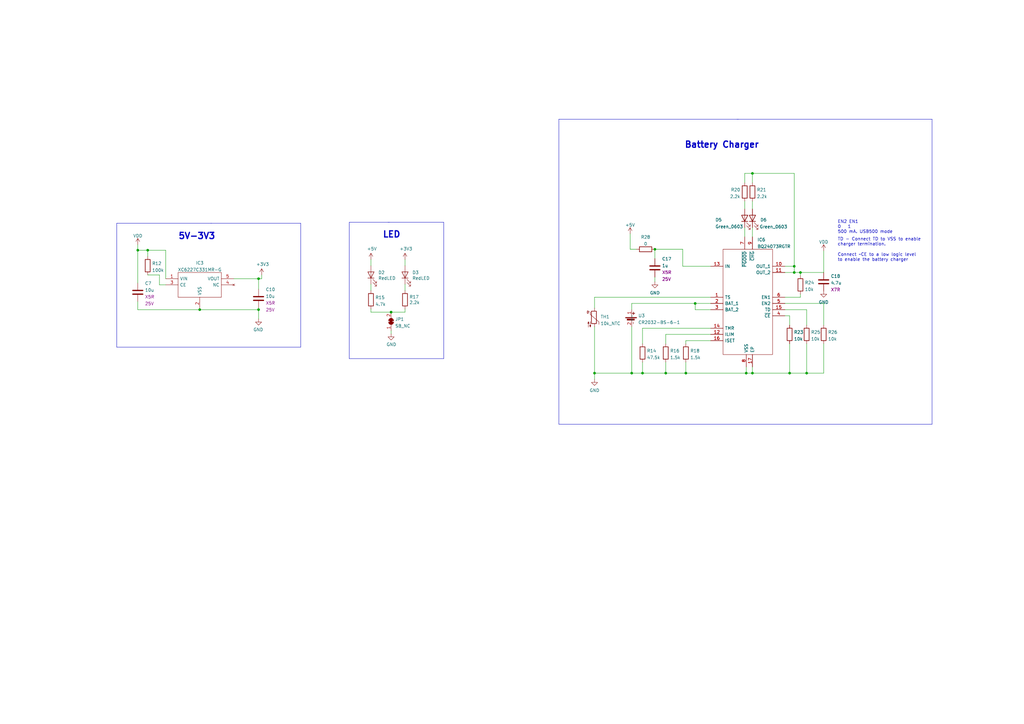
<source format=kicad_sch>
(kicad_sch (version 20230121) (generator eeschema)
  (paper "A3")
  (title_block (title "Plant Bot") (date "2022-12-10") (rev "E"))
  (lib_symbols
    (symbol "BatteryHolder_JLC:CR2032-BS-6-1" (pin_names (offset 0.762))
      (property "Reference" "U" (at 9.525 18.415 0))
      (property "Value" "CR2032-BS-6-1" (at 9.525 15.875 0))
      (symbol "CR2032-BS-6-1_0_1"
        (rectangle (start -2.54 -3.175) (end 2.032 -3.429) (fill (type outline)))
        (rectangle (start -1.905 -3.81) (end 1.143 -4.318) (fill (type outline)))
        (polyline (pts (xy 0 -3.175) (xy 0 -2.413)))
        (polyline (pts (xy 0.254 -1.524) (xy 1.27 -1.524)) (stroke (width 0.254)))
        (polyline (pts (xy 0.635 -5.08) (xy 0.635 -5.842)))
        (polyline (pts (xy 0.762 -1.016) (xy 0.762 -2.032)) (stroke (width 0.254)))
      )
      (symbol "CR2032-BS-6-1_1_1"
        (pin passive line (at 0 0 270) (length 2.54) (name "+") (number "1"))
        (pin passive line (at 0 -6.985 90) (length 2.54) (name "-") (number "2"))
      )
    )
    (symbol "Capacitor_JLC:10u" (pin_numbers hide) (pin_names (offset 0.254))
      (property "Reference" "C" (at 0.635 2.54 0))
      (property "Value" "10u" (at 0.635 -2.54 0))
      (property "Type" "X5R" (at 5.08 2.54 0))
      (property "Voltage" "25V" (at 5.08 0 0))
      (symbol "10u_0_1"
        (polyline (pts (xy -2.032 -0.762) (xy 2.032 -0.762)) (stroke (width 0.508)))
        (polyline (pts (xy -2.032 0.762) (xy 2.032 0.762)) (stroke (width 0.508)))
      )
      (symbol "10u_1_1"
        (pin passive line (at 0 3.81 270) (length 2.794) (name "~") (number "1"))
        (pin passive line (at 0 -3.81 90) (length 2.794) (name "~") (number "2"))
      )
    )
    (symbol "Capacitor_JLC:1u" (pin_numbers hide) (pin_names (offset 0.254))
      (property "Reference" "C" (at 0.635 2.54 0))
      (property "Value" "1u" (at 0.635 -2.54 0))
      (property "Type" "X5R" (at 5.08 2.54 0))
      (property "Voltage" "25V" (at 5.08 0 0))
      (symbol "1u_0_1"
        (polyline (pts (xy -2.032 -0.762) (xy 2.032 -0.762)) (stroke (width 0.508)))
        (polyline (pts (xy -2.032 0.762) (xy 2.032 0.762)) (stroke (width 0.508)))
      )
      (symbol "1u_1_1"
        (pin passive line (at 0 3.81 270) (length 2.794) (name "~") (number "1"))
        (pin passive line (at 0 -3.81 90) (length 2.794) (name "~") (number "2"))
      )
    )
    (symbol "Capacitor_JLC:4.7u" (pin_numbers hide) (pin_names (offset 0.254))
      (property "Reference" "C" (at 0.635 2.54 0))
      (property "Value" "4.7u" (at 0.635 -2.54 0))
      (property "Type" "X7R" (at 0 0 0))
      (symbol "4.7u_0_1"
        (polyline (pts (xy -2.032 -0.762) (xy 2.032 -0.762)) (stroke (width 0.508)))
        (polyline (pts (xy -2.032 0.762) (xy 2.032 0.762)) (stroke (width 0.508)))
      )
      (symbol "4.7u_1_1"
        (pin passive line (at 0 3.81 270) (length 2.794) (name "~") (number "1"))
        (pin passive line (at 0 -3.81 90) (length 2.794) (name "~") (number "2"))
      )
    )
    (symbol "Diode_JLC:Green_0603" (pin_numbers hide) (pin_names (offset 1.016) hide)
      (property "Reference" "D" (at 0 5.08 0))
      (property "Value" "Green_0603" (at 0 3.175 0))
      (symbol "Green_0603_0_1"
        (polyline (pts (xy -1.27 -1.27) (xy -1.27 1.27)) (stroke (width 0.254)))
        (polyline (pts (xy -1.27 0) (xy 1.27 0)))
        (polyline (pts (xy 1.27 -1.27) (xy 1.27 1.27) (xy -1.27 0) (xy 1.27 -1.27)) (stroke (width 0.254)))
        (polyline (pts (xy -3.048 -0.762) (xy -4.572 -2.286) (xy -3.81 -2.286) (xy -4.572 -2.286) (xy -4.572 -1.524)))
        (polyline (pts (xy -1.778 -0.762) (xy -3.302 -2.286) (xy -2.54 -2.286) (xy -3.302 -2.286) (xy -3.302 -1.524)))
      )
      (symbol "Green_0603_1_1"
        (pin passive line (at -3.81 0 0) (length 2.54) (name "K") (number "1"))
        (pin passive line (at 3.81 0 180) (length 2.54) (name "A") (number "2"))
      )
    )
    (symbol "Diode_JLC:RedLED" (pin_numbers hide) (pin_names (offset 1.016) hide)
      (property "Reference" "D" (at 0 2.54 0))
      (property "Value" "RedLED" (at 0 -2.54 0))
      (symbol "RedLED_0_1"
        (polyline (pts (xy -1.27 -1.27) (xy -1.27 1.27)) (stroke (width 0.2032)))
        (polyline (pts (xy -1.27 0) (xy 1.27 0)))
        (polyline (pts (xy 1.27 -1.27) (xy 1.27 1.27) (xy -1.27 0) (xy 1.27 -1.27)) (stroke (width 0.2032)))
        (polyline (pts (xy -3.048 -0.762) (xy -4.572 -2.286) (xy -3.81 -2.286) (xy -4.572 -2.286) (xy -4.572 -1.524)))
        (polyline (pts (xy -1.778 -0.762) (xy -3.302 -2.286) (xy -2.54 -2.286) (xy -3.302 -2.286) (xy -3.302 -1.524)))
      )
      (symbol "RedLED_1_1"
        (pin passive line (at -3.81 0 0) (length 2.54) (name "K") (number "1"))
        (pin passive line (at 3.81 0 180) (length 2.54) (name "A") (number "2"))
      )
    )
    (symbol "Power-Drivers_JLC:BQ24073RGTR" (pin_names (offset 0.762))
      (property "Reference" "IC" (at 69.85 28.575 0))
      (property "Value" "BQ24073RGTR" (at 69.85 26.035 0))
      (symbol "BQ24073RGTR_0_0"
        (pin passive line (at 0 -12.7 0) (length 5.08) (name "TS") (number "1"))
        (pin passive line (at 30.48 0 180) (length 5.08) (name "OUT_1") (number "10"))
        (pin passive line (at 30.48 -2.54 180) (length 5.08) (name "OUT_2") (number "11"))
        (pin passive line (at 0 -27.94 0) (length 5.08) (name "ILIM") (number "12"))
        (pin passive line (at 0 0 0) (length 5.08) (name "IN") (number "13"))
        (pin passive line (at 0 -25.4 0) (length 5.08) (name "TMR") (number "14"))
        (pin passive line (at 30.48 -17.78 180) (length 5.08) (name "TD") (number "15"))
        (pin passive line (at 0 -30.48 0) (length 5.08) (name "ISET") (number "16"))
        (pin passive line (at 17.145 -41.275 90) (length 5.08) (name "EP") (number "17"))
        (pin passive line (at 0 -15.24 0) (length 5.08) (name "BAT_1") (number "2"))
        (pin passive line (at 0 -17.78 0) (length 5.08) (name "BAT_2") (number "3"))
        (pin passive line (at 30.48 -20.32 180) (length 5.08) (name "~{CE}") (number "4"))
        (pin passive line (at 30.48 -15.24 180) (length 5.08) (name "EN2") (number "5"))
        (pin passive line (at 30.48 -12.7 180) (length 5.08) (name "EN1") (number "6"))
        (pin passive line (at 13.97 12.065 270) (length 5.08) (name "~{PGOOD}") (number "7"))
        (pin passive line (at 14.605 -41.275 90) (length 5.08) (name "VSS") (number "8"))
        (pin passive line (at 17.145 12.065 270) (length 5.08) (name "~{CHG}") (number "9"))
      )
      (symbol "BQ24073RGTR_0_1"
        (polyline (pts (xy 5.08 6.985) (xy 25.4 6.985) (xy 25.4 -36.195) (xy 5.08 -36.195) (xy 5.08 6.985)) (stroke (width 0.1524)))
      )
    )
    (symbol "Power-Drivers_JLC:XC6227C331MR-G" (pin_names (offset 0.762))
      (property "Reference" "IC" (at 24.13 7.62 0))
      (property "Value" "XC6227C331MR-G" (at 24.13 5.08 0))
      (symbol "XC6227C331MR-G_0_0"
        (pin passive line (at 0 0 0) (length 5.08) (name "VIN") (number "1"))
        (pin passive line (at 13.97 -12.7 90) (length 5.08) (name "VSS") (number "2"))
        (pin passive line (at 0 -2.54 0) (length 5.08) (name "CE") (number "3"))
        (pin no_connect line (at 27.94 -2.54 180) (length 5.08) (name "NC") (number "4"))
        (pin passive line (at 27.94 0 180) (length 5.08) (name "VOUT") (number "5"))
      )
      (symbol "XC6227C331MR-G_0_1"
        (polyline (pts (xy 5.08 2.54) (xy 22.86 2.54) (xy 22.86 -7.62) (xy 5.08 -7.62) (xy 5.08 2.54)) (stroke (width 0.1524)))
      )
    )
    (symbol "Resistor_JLC:0" (pin_numbers hide) (pin_names (offset 0))
      (property "Reference" "R" (at 2.032 0 90))
      (property "Value" "0" (at 0 0 90))
      (symbol "0_0_1"
        (rectangle (start -1.016 -2.54) (end 1.016 2.54) (stroke (width 0.254)))
      )
      (symbol "0_1_1"
        (pin passive line (at 0 3.81 270) (length 1.27) (name "~") (number "1"))
        (pin passive line (at 0 -3.81 90) (length 1.27) (name "~") (number "2"))
      )
    )
    (symbol "Resistor_JLC:1.5k" (pin_numbers hide) (pin_names (offset 0))
      (property "Reference" "R" (at 2.032 0 90))
      (property "Value" "1.5k" (at 0 0 90))
      (symbol "1.5k_0_1"
        (rectangle (start -1.016 -2.54) (end 1.016 2.54) (stroke (width 0.254)))
      )
      (symbol "1.5k_1_1"
        (pin passive line (at 0 3.81 270) (length 1.27) (name "~") (number "1"))
        (pin passive line (at 0 -3.81 90) (length 1.27) (name "~") (number "2"))
      )
    )
    (symbol "Resistor_JLC:100k" (pin_numbers hide) (pin_names (offset 0))
      (property "Reference" "R" (at 2.032 0 90))
      (property "Value" "100k" (at 0 0 90))
      (symbol "100k_0_1"
        (rectangle (start -1.016 -2.54) (end 1.016 2.54) (stroke (width 0.254)))
      )
      (symbol "100k_1_1"
        (pin passive line (at 0 3.81 270) (length 1.27) (name "~") (number "1"))
        (pin passive line (at 0 -3.81 90) (length 1.27) (name "~") (number "2"))
      )
    )
    (symbol "Resistor_JLC:10k" (pin_numbers hide) (pin_names (offset 0))
      (property "Reference" "R" (at 2.032 0 90))
      (property "Value" "10k" (at 0 0 90))
      (symbol "10k_0_1"
        (rectangle (start -1.016 -2.54) (end 1.016 2.54) (stroke (width 0.254)))
      )
      (symbol "10k_1_1"
        (pin passive line (at 0 3.81 270) (length 1.27) (name "~") (number "1"))
        (pin passive line (at 0 -3.81 90) (length 1.27) (name "~") (number "2"))
      )
    )
    (symbol "Resistor_JLC:10k_NTC" (pin_numbers hide) (pin_names (offset 0))
      (property "Reference" "TH" (at 2.54 -0.635 0))
      (property "Value" "10k_NTC" (at 5.08 -2.54 0))
      (symbol "10k_NTC_0_1"
        (arc (start -3.0098 -1.9811) (mid -3.0123 -1.8236) (end -3.1368 -1.7271))
        (arc (start -3.0098 -1.9811) (mid -2.9354 -2.1607) (end -2.7558 -2.2351))
        (arc (start -3.0098 -1.3461) (mid -2.9354 -1.5257) (end -2.7558 -1.6001))
        (arc (start -2.7558 -2.2351) (mid -2.5762 -2.1607) (end -2.5018 -1.9811))
        (arc (start -2.7558 -1.6001) (mid -2.3958 -1.5793) (end -2.1208 -1.3461))
        (arc (start -2.7558 -1.0921) (mid -2.9354 -1.1665) (end -3.0098 -1.3461))
        (arc (start -2.5018 -1.3461) (mid -2.5762 -1.1665) (end -2.7558 -1.0921))
        (rectangle (start -1.27 -1.27) (end 0.762 -6.35) (stroke (width 0.254)))
        (polyline (pts (xy -2.5018 -1.9811) (xy -2.5018 -1.3461)))
        (polyline (pts (xy -1.7398 -1.6001) (xy -1.7398 -2.6161) (xy 1.8162 -5.6641) (xy 1.8162 -6.6801)))
        (polyline (pts (xy -2.5018 -7.8231) (xy -2.5018 -5.5371) (xy -2.7558 -6.2991) (xy -2.2478 -6.2991) (xy -2.5018 -5.5371) (xy -2.5018 -5.7911)) (fill (type outline)))
        (polyline (pts (xy -1.7398 -5.5371) (xy -1.7398 -7.8231) (xy -1.9938 -7.0611) (xy -1.4858 -7.0611) (xy -1.7398 -7.8231) (xy -1.7398 -7.5691)) (fill (type outline)))
      )
      (symbol "10k_NTC_1_1"
        (pin passive line (at 0 0 270) (length 1.27) (name "~") (number "1"))
        (pin passive line (at 0 -7.62 90) (length 1.27) (name "~") (number "2"))
      )
    )
    (symbol "Resistor_JLC:2.2k" (pin_numbers hide) (pin_names (offset 0))
      (property "Reference" "R" (at 2.032 0 90))
      (property "Value" "2.2k" (at 0 0 90))
      (symbol "2.2k_0_1"
        (rectangle (start -1.016 -2.54) (end 1.016 2.54) (stroke (width 0.254)))
      )
      (symbol "2.2k_1_1"
        (pin passive line (at 0 3.81 270) (length 1.27) (name "~") (number "1"))
        (pin passive line (at 0 -3.81 90) (length 1.27) (name "~") (number "2"))
      )
    )
    (symbol "Resistor_JLC:4.7k" (pin_numbers hide) (pin_names (offset 0))
      (property "Reference" "R" (at 2.032 0 90))
      (property "Value" "4.7k" (at 0 0 90))
      (symbol "4.7k_0_1"
        (rectangle (start -1.016 -2.54) (end 1.016 2.54) (stroke (width 0.254)))
      )
      (symbol "4.7k_1_1"
        (pin passive line (at 0 3.81 270) (length 1.27) (name "~") (number "1"))
        (pin passive line (at 0 -3.81 90) (length 1.27) (name "~") (number "2"))
      )
    )
    (symbol "Resistor_JLC:47.5k" (pin_numbers hide) (pin_names (offset 0))
      (property "Reference" "R" (at 2.032 0 90))
      (property "Value" "47.5k" (at 0 0 90))
      (symbol "47.5k_0_1"
        (rectangle (start -1.016 -2.54) (end 1.016 2.54) (stroke (width 0.254)))
      )
      (symbol "47.5k_1_1"
        (pin passive line (at 0 3.81 270) (length 1.27) (name "~") (number "1"))
        (pin passive line (at 0 -3.81 90) (length 1.27) (name "~") (number "2"))
      )
    )
    (symbol "personal:SB_NC" (pin_names (offset 0) hide)
      (property "Reference" "JP" (at 0 2.032 0))
      (property "Value" "SB_NC" (at 0 -2.54 0))
      (symbol "SB_NC_0_1"
        (rectangle (start -0.508 0.508) (end 0.508 -0.508) (fill (type outline)))
        (arc (start -0.254 1.016) (mid -1.2656 0) (end -0.254 -1.016))
        (arc (start -0.254 1.016) (mid -1.2656 0) (end -0.254 -1.016) (fill (type outline)))
        (polyline (pts (xy -0.254 1.016) (xy -0.254 -1.016)))
        (polyline (pts (xy 0.254 1.016) (xy 0.254 -1.016)))
        (arc (start 0.254 -1.016) (mid 1.2656 0) (end 0.254 1.016))
        (arc (start 0.254 -1.016) (mid 1.2656 0) (end 0.254 1.016) (fill (type outline)))
      )
      (symbol "SB_NC_1_1"
        (pin passive line (at -3.81 0 0) (length 2.54) (name "A") (number "1"))
        (pin passive line (at 3.81 0 180) (length 2.54) (name "B") (number "2"))
      )
    )
    (symbol "power:+3V3" (power) (pin_names (offset 0))
      (property "Value" "+3V3" (at 0 3.556 0))
      (symbol "+3V3_0_1"
        (polyline (pts (xy -0.762 1.27) (xy 0 2.54)))
        (polyline (pts (xy 0 0) (xy 0 2.54)))
        (polyline (pts (xy 0 2.54) (xy 0.762 1.27)))
      )
      (symbol "+3V3_1_1"
        (pin power_in line (at 0 0 90) (length 0) hide (name "+3V3") (number "1"))
      )
    )
    (symbol "power:+5V" (power) (pin_names (offset 0))
      (property "Value" "+5V" (at 0 3.556 0))
      (symbol "+5V_0_1"
        (polyline (pts (xy -0.762 1.27) (xy 0 2.54)))
        (polyline (pts (xy 0 0) (xy 0 2.54)))
        (polyline (pts (xy 0 2.54) (xy 0.762 1.27)))
      )
      (symbol "+5V_1_1"
        (pin power_in line (at 0 0 90) (length 0) hide (name "+5V") (number "1"))
      )
    )
    (symbol "power:GND" (power) (pin_names (offset 0))
      (property "Value" "GND" (at 0 -3.81 0))
      (symbol "GND_0_1"
        (polyline (pts (xy 0 0) (xy 0 -1.27) (xy 1.27 -1.27) (xy 0 -2.54) (xy -1.27 -1.27) (xy 0 -1.27)))
      )
      (symbol "GND_1_1"
        (pin power_in line (at 0 0 270) (length 0) hide (name "GND") (number "1"))
      )
    )
    (symbol "power:VDD" (power) (pin_names (offset 0))
      (property "Value" "VDD" (at 0 3.81 0))
      (symbol "VDD_0_1"
        (polyline (pts (xy -0.762 1.27) (xy 0 2.54)))
        (polyline (pts (xy 0 0) (xy 0 2.54)))
        (polyline (pts (xy 0 2.54) (xy 0.762 1.27)))
      )
      (symbol "VDD_1_1"
        (pin power_in line (at 0 0 90) (length 0) hide (name "VDD") (number "1"))
      )
    )
  )
  (junction (at 160.401 128.016))
  (junction (at 323.85 153.035))
  (junction (at 325.755 111.76))
  (junction (at 259.08 153.035))
  (junction (at 106.045 114.3))
  (junction (at 285.115 124.46))
  (junction (at 56.515 102.616))
  (junction (at 325.755 109.22))
  (junction (at 263.525 153.035))
  (junction (at 330.835 153.035))
  (junction (at 281.305 153.035))
  (junction (at 273.05 153.035))
  (junction (at 308.61 153.035))
  (junction (at 81.915 127))
  (junction (at 268.605 102.235))
  (junction (at 60.579 102.616))
  (junction (at 306.07 153.035))
  (junction (at 308.61 71.12))
  (junction (at 243.84 153.035))
  (junction (at 106.045 127))
  (junction (at 328.295 111.76))
  (wire (pts (xy 328.295 111.76) (xy 337.82 111.76)))
  (wire (pts (xy 106.045 126.238) (xy 106.045 127)))
  (wire (pts (xy 323.85 153.035) (xy 330.835 153.035)))
  (wire (pts (xy 65.405 112.776) (xy 65.405 116.84)))
  (wire (pts (xy 337.82 124.46) (xy 337.82 133.35)))
  (wire (pts (xy 308.61 82.55) (xy 308.61 85.725)))
  (wire (pts (xy 330.835 153.035) (xy 337.82 153.035)))
  (wire (pts (xy 306.07 153.035) (xy 308.61 153.035)))
  (wire (pts (xy 305.435 93.345) (xy 305.435 97.155)))
  (wire (pts (xy 65.405 116.84) (xy 67.945 116.84)))
  (wire (pts (xy 107.315 112.776) (xy 107.315 114.3)))
  (wire (pts (xy 273.05 137.16) (xy 273.05 140.97)))
  (wire (pts (xy 291.465 137.16) (xy 273.05 137.16)))
  (polyline (pts (xy 229.235 173.99) (xy 229.235 48.895)))
  (wire (pts (xy 106.045 114.3) (xy 95.885 114.3)))
  (wire (pts (xy 152.146 106.426) (xy 152.146 108.966)))
  (wire (pts (xy 285.115 127) (xy 285.115 124.46)))
  (polyline (pts (xy 123.317 91.567) (xy 123.317 142.367)))
  (wire (pts (xy 243.84 121.92) (xy 243.84 126.365)))
  (wire (pts (xy 60.579 112.776) (xy 65.405 112.776)))
  (polyline (pts (xy 47.879 142.367) (xy 47.879 91.567)))
  (polyline (pts (xy 123.317 142.367) (xy 47.879 142.367)))
  (wire (pts (xy 258.445 95.885) (xy 258.445 102.235)))
  (wire (pts (xy 56.515 102.616) (xy 60.579 102.616)))
  (wire (pts (xy 166.116 128.016) (xy 166.116 126.746)))
  (wire (pts (xy 106.045 127) (xy 106.045 130.81)))
  (polyline (pts (xy 302.26 48.895) (xy 382.27 48.895)))
  (wire (pts (xy 321.945 124.46) (xy 337.82 124.46)))
  (wire (pts (xy 106.045 114.3) (xy 106.045 118.618)))
  (wire (pts (xy 273.05 148.59) (xy 273.05 153.035)))
  (wire (pts (xy 263.525 153.035) (xy 273.05 153.035)))
  (wire (pts (xy 60.579 105.156) (xy 60.579 102.616)))
  (wire (pts (xy 268.605 113.665) (xy 268.605 115.57)))
  (wire (pts (xy 263.525 134.62) (xy 263.525 140.97)))
  (wire (pts (xy 60.579 102.616) (xy 67.945 102.616)))
  (wire (pts (xy 328.295 111.76) (xy 328.295 113.03)))
  (polyline (pts (xy 143.256 147.066) (xy 143.256 91.186)))
  (wire (pts (xy 280.035 109.22) (xy 291.465 109.22)))
  (polyline (pts (xy 229.235 48.895) (xy 302.895 48.895)))
  (wire (pts (xy 291.465 134.62) (xy 263.525 134.62)))
  (wire (pts (xy 259.08 124.46) (xy 285.115 124.46)))
  (wire (pts (xy 152.146 119.126) (xy 152.146 116.586)))
  (polyline (pts (xy 47.879 91.567) (xy 86.741 91.567)))
  (wire (pts (xy 243.84 153.035) (xy 259.08 153.035)))
  (wire (pts (xy 330.835 127) (xy 321.945 127)))
  (wire (pts (xy 258.445 102.235) (xy 260.985 102.235)))
  (wire (pts (xy 160.401 135.636) (xy 160.401 136.906)))
  (wire (pts (xy 56.515 127) (xy 81.915 127)))
  (wire (pts (xy 291.465 139.7) (xy 281.305 139.7)))
  (wire (pts (xy 259.08 153.035) (xy 263.525 153.035)))
  (wire (pts (xy 285.115 124.46) (xy 291.465 124.46)))
  (wire (pts (xy 305.435 82.55) (xy 305.435 85.725)))
  (wire (pts (xy 330.835 140.97) (xy 330.835 153.035)))
  (wire (pts (xy 305.435 71.12) (xy 305.435 74.93)))
  (polyline (pts (xy 382.27 48.895) (xy 382.27 173.99)))
  (wire (pts (xy 280.035 109.22) (xy 280.035 102.235)))
  (wire (pts (xy 325.755 111.76) (xy 325.755 109.22)))
  (wire (pts (xy 259.08 127) (xy 259.08 124.46)))
  (wire (pts (xy 308.61 71.12) (xy 305.435 71.12)))
  (wire (pts (xy 263.525 148.59) (xy 263.525 153.035)))
  (polyline (pts (xy 181.991 147.066) (xy 143.256 147.066)))
  (wire (pts (xy 321.945 129.54) (xy 323.85 129.54)))
  (wire (pts (xy 281.305 153.035) (xy 306.07 153.035)))
  (wire (pts (xy 243.84 153.035) (xy 243.84 155.575)))
  (wire (pts (xy 323.85 129.54) (xy 323.85 133.35)))
  (polyline (pts (xy 382.27 173.99) (xy 229.235 173.99)))
  (wire (pts (xy 325.755 111.76) (xy 328.295 111.76)))
  (polyline (pts (xy 181.991 91.186) (xy 181.991 147.066)))
  (wire (pts (xy 243.84 133.985) (xy 243.84 153.035)))
  (wire (pts (xy 56.515 102.616) (xy 56.515 100.33)))
  (wire (pts (xy 107.315 114.3) (xy 106.045 114.3)))
  (wire (pts (xy 291.465 127) (xy 285.115 127)))
  (wire (pts (xy 330.835 133.35) (xy 330.835 127)))
  (wire (pts (xy 306.07 150.495) (xy 306.07 153.035)))
  (wire (pts (xy 321.945 111.76) (xy 325.755 111.76)))
  (wire (pts (xy 321.945 121.92) (xy 328.295 121.92)))
  (polyline (pts (xy 159.131 91.186) (xy 181.991 91.186)))
  (polyline (pts (xy 86.487 91.567) (xy 123.317 91.567)))
  (wire (pts (xy 259.08 133.985) (xy 259.08 153.035)))
  (wire (pts (xy 281.305 148.59) (xy 281.305 153.035)))
  (wire (pts (xy 323.85 153.035) (xy 308.61 153.035)))
  (wire (pts (xy 291.465 121.92) (xy 243.84 121.92)))
  (wire (pts (xy 56.515 123.698) (xy 56.515 127)))
  (wire (pts (xy 325.755 109.22) (xy 321.945 109.22)))
  (wire (pts (xy 308.61 93.345) (xy 308.61 97.155)))
  (wire (pts (xy 166.116 106.426) (xy 166.116 108.966)))
  (wire (pts (xy 81.915 127) (xy 106.045 127)))
  (wire (pts (xy 325.755 109.22) (xy 325.755 71.12)))
  (wire (pts (xy 273.05 153.035) (xy 281.305 153.035)))
  (wire (pts (xy 166.116 116.586) (xy 166.116 119.126)))
  (wire (pts (xy 152.146 126.746) (xy 152.146 128.016)))
  (wire (pts (xy 268.605 102.235) (xy 268.605 106.045)))
  (wire (pts (xy 325.755 71.12) (xy 308.61 71.12)))
  (wire (pts (xy 337.82 111.76) (xy 337.82 102.87)))
  (polyline (pts (xy 143.256 91.186) (xy 159.766 91.186)))
  (wire (pts (xy 280.035 102.235) (xy 268.605 102.235)))
  (wire (pts (xy 328.295 121.92) (xy 328.295 120.65)))
  (wire (pts (xy 281.305 139.7) (xy 281.305 140.97)))
  (wire (pts (xy 67.945 114.3) (xy 67.945 102.616)))
  (wire (pts (xy 160.401 128.016) (xy 166.116 128.016)))
  (wire (pts (xy 337.82 140.97) (xy 337.82 153.035)))
  (wire (pts (xy 308.61 71.12) (xy 308.61 74.93)))
  (wire (pts (xy 152.146 128.016) (xy 160.401 128.016)))
  (wire (pts (xy 308.61 150.495) (xy 308.61 153.035)))
  (wire (pts (xy 56.515 102.616) (xy 56.515 116.078)))
  (wire (pts (xy 323.85 140.97) (xy 323.85 153.035)))
  (text "Connect ~CE to a low logic level \nto enable the battery charger" (at 343.535 107.315 0) (effects (font (size 1.27 1.27)) (justify left bottom)))
  (text "TD - Connect TD to VSS to enable\ncharger termination." (at 343.535 100.965 0) (effects (font (size 1.27 1.27)) (justify left bottom)))
  (text "EN2 EN1\n0   1 \n500 mA. USB500 mode\n" (at 343.535 95.885 0) (effects (font (size 1.27 1.27)) (justify left bottom)))
  (text "LED" (at 156.845 97.79 0) (effects (font (size 2.54 2.54) (thickness 0.508) bold) (justify left bottom)))
  (text "Battery Charger" (at 280.67 60.96 0) (effects (font (size 2.54 2.54) (thickness 0.508) bold) (justify left bottom)))
  (text "5V-3V3" (at 73.025 98.425 0) (effects (font (size 2.54 2.54) (thickness 0.508) bold) (justify left bottom)))
  (symbol (lib_id "Resistor_JLC:2.2k") (at 308.61 78.74 0) (unit 1)
    (property "Reference" "R21" (at 310.388 77.8315 0) (effects (justify left)))
    (property "Value" "2.2k" (at 310.388 80.6066 0) (effects (justify left)))
    (property "Footprint" "Resistor_SMD:R_0402_1005Metric" (effects hide))
    (property "LCSC" "C25879" (effects hide))
  )
  (symbol (lib_id "Resistor_JLC:100k") (at 60.579 108.966 0) (unit 1)
    (property "Reference" "R12" (at 62.357 108.0575 0) (effects (justify left)))
    (property "Value" "100k" (at 62.357 110.8326 0) (effects (justify left)))
    (property "Footprint" "Resistor_SMD:R_0402_1005Metric" (effects hide))
    (property "LCSC" "C25741" (effects hide))
  )
  (symbol (lib_id "Resistor_JLC:2.2k") (at 166.116 122.936 0) (unit 1)
    (property "Reference" "R17" (at 167.894 121.7676 0) (effects (justify left)))
    (property "Value" "2.2k" (at 167.894 124.079 0) (effects (justify left)))
    (property "Footprint" "Resistor_SMD:R_0402_1005Metric" (effects hide))
    (property "LCSC" "C25879" (effects hide))
  )
  (symbol (lib_id "Diode_JLC:RedLED") (at 152.146 112.776 90) (unit 1)
    (property "Reference" "D2" (at 155.1178 111.7854 90) (effects (justify right)))
    (property "Value" "RedLED" (at 155.1178 114.0968 90) (effects (justify right)))
    (property "Footprint" "Diode_SMD:D_0805_2012Metric" (effects hide))
    (property "LCSC" "C84256" (effects hide))
  )
  (symbol (lib_id "Capacitor_JLC:10u") (at 106.045 122.428 0) (unit 1)
    (property "Reference" "C10" (at 108.966 118.7444 0) (effects (justify left)))
    (property "Value" "10u" (at 108.966 121.5195 0) (effects (justify left)))
    (property "Footprint" "Capacitor_SMD:C_0805_2012Metric" (effects hide))
    (property "Type" "X5R" (at 108.966 124.2946 0) (effects (justify left)))
    (property "LCSC" "C15850" (effects hide))
    (property "Voltage" "25V" (at 108.966 127.0697 0) (effects (justify left)))
  )
  (symbol (lib_id "personal:SB_NC") (at 160.401 131.826 90) (unit 1)
    (property "Reference" "JP1" (at 162.052 130.9175 90) (effects (justify right)))
    (property "Value" "SB_NC" (at 162.052 133.6926 90) (effects (justify right)))
    (property "Footprint" "Jumper:SolderJumper-2_P1.3mm_Bridged_Pad1.0x1.5mm" (effects hide))
  )
  (symbol (lib_id "power:GND") (at 243.84 155.575 0) (unit 1)
    (property "Reference" "#PWR0104" (effects hide))
    (property "Value" "GND" (at 243.84 160.1375 0))
  )
  (symbol (lib_id "power:GND") (at 268.605 115.57 0) (unit 1)
    (property "Reference" "#PWR0105" (effects hide))
    (property "Value" "GND" (at 268.605 120.1325 0))
  )
  (symbol (lib_id "Resistor_JLC:4.7k") (at 152.146 122.936 0) (unit 1)
    (property "Reference" "R15" (at 153.924 122.0275 0) (effects (justify left)))
    (property "Value" "4.7k" (at 153.924 124.8026 0) (effects (justify left)))
    (property "Footprint" "Resistor_SMD:R_0402_1005Metric" (effects hide))
    (property "LCSC" "C25900" (effects hide))
  )
  (symbol (lib_id "power:GND") (at 337.82 119.38 0) (unit 1)
    (property "Reference" "#PWR0108" (effects hide))
    (property "Value" "GND" (at 337.82 123.9425 0))
  )
  (symbol (lib_id "power:VDD") (at 337.82 102.87 0) (unit 1)
    (property "Reference" "#PWR0119" (effects hide))
    (property "Value" "VDD" (at 337.82 99.2655 0))
  )
  (symbol (lib_id "power:VDD") (at 56.515 100.33 0) (unit 1)
    (property "Reference" "#PWR0101" (effects hide))
    (property "Value" "VDD" (at 56.515 96.7255 0))
  )
  (symbol (lib_id "power:GND") (at 160.401 136.906 0) (unit 1)
    (property "Reference" "#PWR0124" (effects hide))
    (property "Value" "GND" (at 160.528 141.3002 0))
  )
  (symbol (lib_id "Resistor_JLC:10k") (at 323.85 137.16 0) (unit 1)
    (property "Reference" "R23" (at 325.628 136.2515 0) (effects (justify left)))
    (property "Value" "10k" (at 325.628 139.0266 0) (effects (justify left)))
    (property "Footprint" "Resistor_SMD:R_0402_1005Metric" (effects hide))
    (property "LCSC" "C25744" (effects hide))
  )
  (symbol (lib_id "power:GND") (at 106.045 130.81 0) (mirror y) (unit 1)
    (property "Reference" "#PWR0121" (effects hide))
    (property "Value" "GND" (at 105.918 135.2042 0))
  )
  (symbol (lib_id "BatteryHolder_JLC:CR2032-BS-6-1") (at 259.08 127 0) (unit 1)
    (property "Reference" "U3" (at 261.747 129.457 0) (effects (justify left)))
    (property "Value" "CR2032-BS-6-1" (at 261.747 132.2321 0) (effects (justify left)))
    (property "Footprint" "CR2032BS61" (effects hide))
    (property "Datasheet" "https://datasheet.lcsc.com/szlcsc/Q-J-CR2032-BS-6-1_C70377.pdf" (effects hide))
    (property "Description" "Battery Holders, Clips & Contacts SMD RoHS" (effects hide))
    (property "Height" "6" (effects hide))
    (property "Manufacturer_Name" "Q&J" (effects hide))
    (property "Manufacturer_Part_Number" "CR2032-BS-6-1" (effects hide))
    (property "LCSC" "C70377" (effects hide))
  )
  (symbol (lib_id "Resistor_JLC:10k") (at 328.295 116.84 0) (unit 1)
    (property "Reference" "R24" (at 330.073 115.9315 0) (effects (justify left)))
    (property "Value" "10k" (at 330.073 118.7066 0) (effects (justify left)))
    (property "Footprint" "Resistor_SMD:R_0402_1005Metric" (effects hide))
    (property "LCSC" "C25744" (effects hide))
  )
  (symbol (lib_id "Resistor_JLC:10k_NTC") (at 243.84 126.365 0) (unit 1)
    (property "Reference" "TH1" (at 246.2912 129.9141 0) (effects (justify left)))
    (property "Value" "10k_NTC" (at 246.2912 132.6892 0) (effects (justify left)))
    (property "Footprint" "Resistor_SMD:R_0402_1005Metric" (effects hide))
    (property "LCSC" "C333993" (effects hide))
    (property "MPN" "NCU15XH103F6SRC" (effects hide))
  )
  (symbol (lib_id "power:+3V3") (at 107.315 112.776 0) (unit 1)
    (property "Reference" "#PWR0127" (effects hide))
    (property "Value" "+3V3" (at 107.696 108.3818 0))
  )
  (symbol (lib_id "power:+5V") (at 258.445 95.885 0) (unit 1)
    (property "Reference" "#PWR0117" (effects hide))
    (property "Value" "+5V" (at 258.445 92.2805 0))
  )
  (symbol (lib_id "Capacitor_JLC:10u") (at 56.515 119.888 0) (unit 1)
    (property "Reference" "C7" (at 59.436 116.2044 0) (effects (justify left)))
    (property "Value" "10u" (at 59.436 118.9795 0) (effects (justify left)))
    (property "Footprint" "Capacitor_SMD:C_0805_2012Metric" (effects hide))
    (property "Type" "X5R" (at 59.436 121.7546 0) (effects (justify left)))
    (property "LCSC" "C15850" (effects hide))
    (property "Voltage" "25V" (at 59.436 124.5297 0) (effects (justify left)))
  )
  (symbol (lib_id "Resistor_JLC:1.5k") (at 273.05 144.78 0) (unit 1)
    (property "Reference" "R16" (at 274.828 143.8715 0) (effects (justify left)))
    (property "Value" "1.5k" (at 274.828 146.6466 0) (effects (justify left)))
    (property "Footprint" "Resistor_SMD:R_0402_1005Metric" (effects hide))
    (property "LCSC" "C25867" (effects hide))
  )
  (symbol (lib_id "Capacitor_JLC:1u") (at 268.605 109.855 0) (unit 1)
    (property "Reference" "C17" (at 271.526 106.1714 0) (effects (justify left)))
    (property "Value" "1u" (at 271.526 108.9465 0) (effects (justify left)))
    (property "Footprint" "Capacitor_SMD:C_0402_1005Metric" (effects hide))
    (property "Type" "X5R" (at 271.526 111.7216 0) (effects (justify left)))
    (property "LCSC" "C52923" (effects hide))
    (property "Voltage" "25V" (at 271.526 114.4967 0) (effects (justify left)))
  )
  (symbol (lib_id "power:+3V3") (at 166.116 106.426 0) (unit 1)
    (property "Reference" "#PWR0126" (effects hide))
    (property "Value" "+3V3" (at 166.497 102.0318 0))
  )
  (symbol (lib_id "Resistor_JLC:10k") (at 337.82 137.16 0) (unit 1)
    (property "Reference" "R26" (at 339.598 136.2515 0) (effects (justify left)))
    (property "Value" "10k" (at 339.598 139.0266 0) (effects (justify left)))
    (property "Footprint" "Resistor_SMD:R_0402_1005Metric" (effects hide))
    (property "LCSC" "C25744" (effects hide))
  )
  (symbol (lib_id "Resistor_JLC:2.2k") (at 305.435 78.74 0) (mirror x) (unit 1)
    (property "Reference" "R20" (at 303.6571 77.8315 0) (effects (justify right)))
    (property "Value" "2.2k" (at 303.6571 80.6066 0) (effects (justify right)))
    (property "Footprint" "Resistor_SMD:R_0402_1005Metric" (effects hide))
    (property "LCSC" "C25879" (effects hide))
  )
  (symbol (lib_id "Diode_JLC:RedLED") (at 166.116 112.776 90) (unit 1)
    (property "Reference" "D3" (at 169.0878 111.7854 90) (effects (justify right)))
    (property "Value" "RedLED" (at 169.0878 114.0968 90) (effects (justify right)))
    (property "Footprint" "Diode_SMD:D_0805_2012Metric" (effects hide))
    (property "LCSC" "C84256" (effects hide))
  )
  (symbol (lib_id "Power-Drivers_JLC:XC6227C331MR-G") (at 67.945 114.3 0) (unit 1)
    (property "Reference" "IC3" (at 81.915 107.8443 0))
    (property "Value" "XC6227C331MR-G" (at 81.915 110.6194 0))
    (property "Footprint" "SOT95P280X130-5N" (effects hide))
    (property "Datasheet" "https://www.torexsemi.com/file/xc6227/XC6227.pdf" (effects hide))
    (property "Description" "IC REG LINEAR 3.3V 700MA SOT25" (effects hide))
    (property "Height" "1.3" (effects hide))
    (property "Manufacturer_Name" "Torex" (effects hide))
    (property "Manufacturer_Part_Number" "XC6227C331MR-G" (effects hide))
    (property "Mouser Part Number" "865-XC6227C331MR-G" (effects hide))
    (property "Mouser Price/Stock" "https://www.mouser.co.uk/ProductDetail/Torex-Semiconductor/XC6227C331MR-G?qs=AsjdqWjXhJ8dqb1QLv06nA%3D%3D" (effects hide))
    (property "LCSC" "C216640" (effects hide))
  )
  (symbol (lib_id "Resistor_JLC:1.5k") (at 281.305 144.78 0) (unit 1)
    (property "Reference" "R18" (at 283.083 143.8715 0) (effects (justify left)))
    (property "Value" "1.5k" (at 283.083 146.6466 0) (effects (justify left)))
    (property "Footprint" "Resistor_SMD:R_0402_1005Metric" (effects hide))
    (property "LCSC" "C25867" (effects hide))
  )
  (symbol (lib_id "Diode_JLC:Green_0603") (at 308.61 89.535 90) (unit 1)
    (property "Reference" "D6" (at 311.785 90.17 90) (effects (justify right)))
    (property "Value" "Green_0603" (at 311.531 92.9891 90) (effects (justify right)))
    (property "Footprint" "LED_SMD:LED_0603_1608Metric" (effects hide))
    (property "Datasheet" "https://datasheet.lcsc.com/lcsc/1811101510_Everlight-Elec-19-217-GHC-YR1S2-3T_C72043.pdf" (effects hide))
    (property "LCSC" "C72043" (effects hide))
  )
  (symbol (lib_id "power:+5V") (at 152.146 106.426 0) (unit 1)
    (property "Reference" "#PWR0123" (effects hide))
    (property "Value" "+5V" (at 152.527 102.0318 0))
  )
  (symbol (lib_id "Resistor_JLC:10k") (at 330.835 137.16 0) (unit 1)
    (property "Reference" "R25" (at 332.613 136.2515 0) (effects (justify left)))
    (property "Value" "10k" (at 332.613 139.0266 0) (effects (justify left)))
    (property "Footprint" "Resistor_SMD:R_0402_1005Metric" (effects hide))
    (property "LCSC" "C25744" (effects hide))
  )
  (symbol (lib_id "Resistor_JLC:0") (at 264.795 102.235 90) (unit 1)
    (property "Reference" "R28" (at 264.795 97.2525 90))
    (property "Value" "0" (at 264.795 100.0276 90))
    (property "Footprint" "Resistor_SMD:R_0805_2012Metric_Pad1.20x1.40mm_HandSolder" (effects hide))
    (property "LCSC" "C17477" (effects hide))
  )
  (symbol (lib_id "Resistor_JLC:47.5k") (at 263.525 144.78 0) (unit 1)
    (property "Reference" "R14" (at 265.303 143.8715 0) (effects (justify left)))
    (property "Value" "47.5k" (at 265.303 146.6466 0) (effects (justify left)))
    (property "Footprint" "Resistor_SMD:R_0402_1005Metric" (effects hide))
    (property "LCSC" "C227098" (effects hide))
  )
  (symbol (lib_id "Diode_JLC:Green_0603") (at 305.435 89.535 90) (unit 1)
    (property "Reference" "D5" (at 293.37 90.17 90) (effects (justify right)))
    (property "Value" "Green_0603" (at 293.37 92.9451 90) (effects (justify right)))
    (property "Footprint" "LED_SMD:LED_0603_1608Metric" (effects hide))
    (property "Datasheet" "https://datasheet.lcsc.com/lcsc/1811101510_Everlight-Elec-19-217-GHC-YR1S2-3T_C72043.pdf" (effects hide))
    (property "LCSC" "C72043" (effects hide))
  )
  (symbol (lib_id "Power-Drivers_JLC:BQ24073RGTR") (at 291.465 109.22 0) (unit 1)
    (property "Reference" "IC6" (at 310.6294 98.3193 0) (effects (justify left)))
    (property "Value" "BQ24073RGTR" (at 310.6294 101.0944 0) (effects (justify left)))
    (property "Footprint" "QFN50P300X300X100-17N-D" (effects hide))
    (property "Datasheet" "http://www.ti.com/lit/ds/symlink/bq24073.pdf" (effects hide))
    (property "Description" "USB-Friendly Li-Ion Battery Charger and Power-Path Management IC, Vout 4.4V" (effects hide))
    (property "Height" "1" (effects hide))
    (property "Manufacturer_Name" "Texas Instruments" (effects hide))
    (property "Manufacturer_Part_Number" "BQ24073RGTR" (effects hide))
    (property "Mouser Part Number" "595-BQ24073RGTR" (effects hide))
    (property "Mouser Price/Stock" "https://www.mouser.co.uk/ProductDetail/Texas-Instruments/BQ24073RGTR?qs=ZV%2Fxhq4oszqX%2F3rMt%2FwIsw%3D%3D" (effects hide))
    (property "Arrow Part Number" "BQ24073RGTR" (effects hide))
    (property "Arrow Price/Stock" "https://www.arrow.com/en/products/bq24073rgtr/texas-instruments" (effects hide))
    (property "LCSC" "C15220" (effects hide))
  )
  (symbol (lib_id "Capacitor_JLC:4.7u") (at 337.82 115.57 0) (unit 1)
    (property "Reference" "C18" (at 340.741 113.2739 0) (effects (justify left)))
    (property "Value" "4.7u" (at 340.741 116.049 0) (effects (justify left)))
    (property "Footprint" "Capacitor_SMD:C_1206_3216Metric" (effects hide))
    (property "Type" "X7R" (at 340.741 118.8241 0) (effects (justify left)))
    (property "LCSC" "C29823" (effects hide))
    (property "Rating" "50V" (effects hide))
  )
)
</source>
